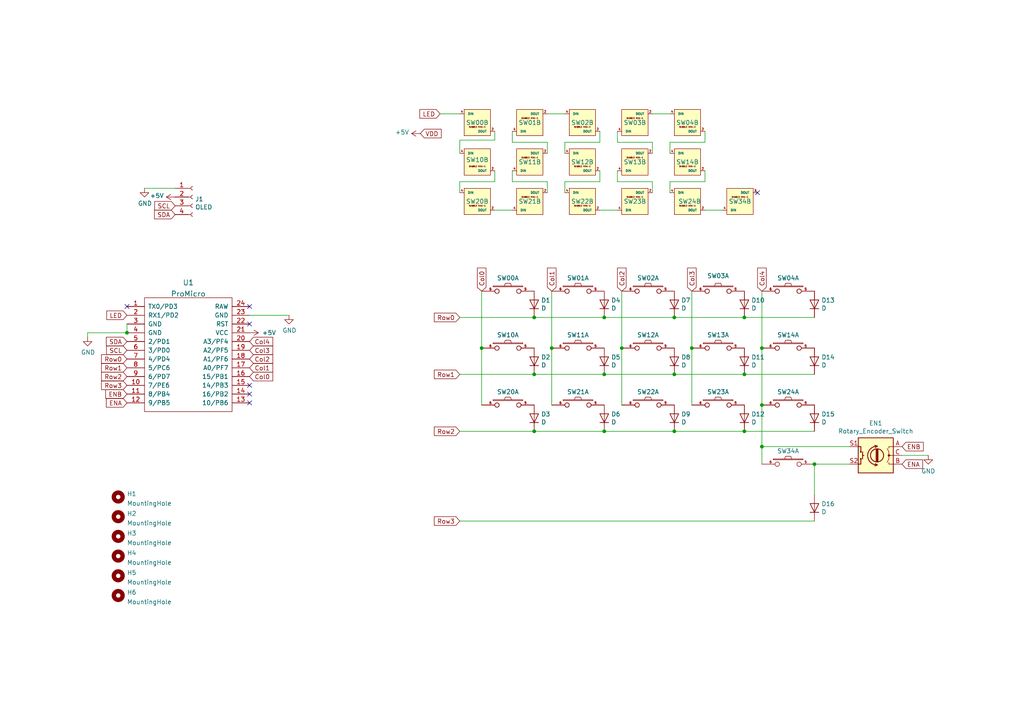
<source format=kicad_sch>
(kicad_sch (version 20211123) (generator eeschema)
  (paper "A4")
  (lib_symbols
    (symbol "Connector:Conn_01x04_Female" (pin_names (offset 1.016) hide)
      (property "Reference" "J" (at 0 5.08 0))
      (property "Value" "Conn_01x04_Female" (at 0 -7.62 0))
      (symbol "Conn_01x04_Female_1_1"
        (arc (start 0 -4.572) (mid -0.508 -5.08) (end 0 -5.588) (stroke (width 0.1524)))
        (arc (start 0 -2.032) (mid -0.508 -2.54) (end 0 -3.048) (stroke (width 0.1524)))
        (polyline (pts (xy -1.27 -5.08) (xy -0.508 -5.08)) (stroke (width 0.1524)))
        (polyline (pts (xy -1.27 -2.54) (xy -0.508 -2.54)) (stroke (width 0.1524)))
        (polyline (pts (xy -1.27 0) (xy -0.508 0)) (stroke (width 0.1524)))
        (polyline (pts (xy -1.27 2.54) (xy -0.508 2.54)) (stroke (width 0.1524)))
        (arc (start 0 0.508) (mid -0.508 0) (end 0 -0.508) (stroke (width 0.1524)))
        (arc (start 0 3.048) (mid -0.508 2.54) (end 0 2.032) (stroke (width 0.1524)))
        (pin passive line (at -5.08 2.54 0) (length 3.81) (name "Pin_1") (number "1"))
        (pin passive line (at -5.08 0 0) (length 3.81) (name "Pin_2") (number "2"))
        (pin passive line (at -5.08 -2.54 0) (length 3.81) (name "Pin_3") (number "3"))
        (pin passive line (at -5.08 -5.08 0) (length 3.81) (name "Pin_4") (number "4"))
      )
    )
    (symbol "Device:Rotary_Encoder_Switch" (pin_names (offset 0.254) hide)
      (property "Reference" "SW" (at 0 6.604 0))
      (property "Value" "Device_Rotary_Encoder_Switch" (at 0 -6.604 0))
      (symbol "Rotary_Encoder_Switch_0_1"
        (rectangle (start -5.08 5.08) (end 5.08 -5.08) (stroke (width 0.254)) (fill (type background)))
        (circle (center -3.81 0) (radius 0.254) (fill (type outline)))
        (arc (start -0.381 -2.794) (mid 2.3622 -0.0635) (end -0.381 2.667) (stroke (width 0.254)))
        (circle (center -0.381 0) (radius 1.905) (stroke (width 0.254)))
        (polyline (pts (xy -0.635 -1.778) (xy -0.635 1.778)) (stroke (width 0.254)))
        (polyline (pts (xy -0.381 -1.778) (xy -0.381 1.778)) (stroke (width 0.254)))
        (polyline (pts (xy -0.127 1.778) (xy -0.127 -1.778)) (stroke (width 0.254)))
        (polyline (pts (xy 3.81 0) (xy 3.429 0)) (stroke (width 0.254)))
        (polyline (pts (xy 3.81 1.016) (xy 3.81 -1.016)) (stroke (width 0.254)))
        (polyline (pts (xy -5.08 -2.54) (xy -3.81 -2.54) (xy -3.81 -2.032)))
        (polyline (pts (xy -5.08 2.54) (xy -3.81 2.54) (xy -3.81 2.032)))
        (polyline (pts (xy 0.254 -3.048) (xy -0.508 -2.794) (xy 0.127 -2.413)) (stroke (width 0.254)))
        (polyline (pts (xy 0.254 2.921) (xy -0.508 2.667) (xy 0.127 2.286)) (stroke (width 0.254)))
        (polyline (pts (xy 5.08 -2.54) (xy 4.318 -2.54) (xy 4.318 -1.016)) (stroke (width 0.254)))
        (polyline (pts (xy 5.08 2.54) (xy 4.318 2.54) (xy 4.318 1.016)) (stroke (width 0.254)))
        (polyline (pts (xy -5.08 0) (xy -3.81 0) (xy -3.81 -1.016) (xy -3.302 -2.032)))
        (polyline (pts (xy -4.318 0) (xy -3.81 0) (xy -3.81 1.016) (xy -3.302 2.032)))
        (circle (center 4.318 -1.016) (radius 0.127) (stroke (width 0.254)))
        (circle (center 4.318 1.016) (radius 0.127) (stroke (width 0.254)))
      )
      (symbol "Rotary_Encoder_Switch_1_1"
        (pin passive line (at -7.62 2.54 0) (length 2.54) (name "A") (number "A"))
        (pin passive line (at -7.62 -2.54 0) (length 2.54) (name "B") (number "B"))
        (pin passive line (at -7.62 0 0) (length 2.54) (name "C") (number "C"))
        (pin passive line (at 7.62 2.54 180) (length 2.54) (name "S1") (number "S1"))
        (pin passive line (at 7.62 -2.54 180) (length 2.54) (name "S2") (number "S2"))
      )
    )
    (symbol "Mechanical:MountingHole" (pin_names (offset 1.016))
      (property "Reference" "H" (at 0 5.08 0))
      (property "Value" "MountingHole" (at 0 3.175 0))
      (symbol "MountingHole_0_1"
        (circle (center 0 0) (radius 1.27) (stroke (width 1.27)))
      )
    )
    (symbol "SofleKeyboard-rescue:D-Lily58-cache-Lily58_Pro-rescue" (pin_numbers hide) (pin_names (offset 1.016) hide)
      (property "Reference" "D" (at 0 2.54 0))
      (property "Value" "D-Lily58-cache-Lily58_Pro-rescue" (at 0 -2.54 0))
      (symbol "D-Lily58-cache-Lily58_Pro-rescue_0_1"
        (polyline (pts (xy -1.27 1.27) (xy -1.27 -1.27)) (stroke (width 0.2032)))
        (polyline (pts (xy 1.27 0) (xy -1.27 0)))
        (polyline (pts (xy 1.27 1.27) (xy 1.27 -1.27) (xy -1.27 0) (xy 1.27 1.27)) (stroke (width 0.2032)))
      )
      (symbol "D-Lily58-cache-Lily58_Pro-rescue_1_1"
        (pin passive line (at -3.81 0 0) (length 2.54) (name "K") (number "1"))
        (pin passive line (at 3.81 0 180) (length 2.54) (name "A") (number "2"))
      )
    )
    (symbol "SofleKeyboard:SW_PUSH_LED" (pin_names (offset 1.016))
      (property "Reference" "SW?" (at 0 0 0))
      (property "Value" "SW_PUSH_LED" (at 0 -5.08 0))
      (symbol "SW_PUSH_LED_1_1"
        (rectangle (start -4.318 1.27) (end 4.318 1.524))
        (polyline (pts (xy -1.016 1.524) (xy -0.762 2.286) (xy 0.762 2.286) (xy 1.016 1.524)))
        (pin passive inverted (at 7.62 0 180) (length 5.08) (name "~") (number "5"))
        (pin passive inverted (at -7.62 0 0) (length 5.08) (name "~") (number "6"))
      )
      (symbol "SW_PUSH_LED_2_0"
        (text "SK6812 MINI-E" (at 0 -1.27 0) (effects (font (size 0.4064 0.4064))))
      )
      (symbol "SW_PUSH_LED_2_1"
        (rectangle (start 3.81 -3.81) (end -3.81 3.81) (fill (type background)))
        (pin power_in line (at -5.08 2.54 0) (length 1.27) hide (name "VDD") (number "1"))
        (pin output line (at -5.08 -2.54 0) (length 1.27) (name "DOUT") (number "2"))
        (pin power_in line (at 5.08 -2.54 180) (length 1.27) hide (name "GND") (number "3"))
        (pin input line (at 5.08 2.54 180) (length 1.27) (name "DIN") (number "4"))
      )
    )
    (symbol "keebio:ProMicro" (pin_names (offset 1.016))
      (property "Reference" "U" (at 0 0 0))
      (property "Value" "ProMicro" (at 0 -19.05 0))
      (symbol "ProMicro_0_1"
        (rectangle (start -12.7 -16.51) (end 12.7 16.51))
      )
      (symbol "ProMicro_1_1"
        (pin input line (at -17.78 13.97 0) (length 5.08) (name "TX0/PD3") (number "1"))
        (pin input line (at -17.78 -8.89 0) (length 5.08) (name "7/PE6") (number "10"))
        (pin input line (at -17.78 -11.43 0) (length 5.08) (name "8/PB4") (number "11"))
        (pin input line (at -17.78 -13.97 0) (length 5.08) (name "9/PB5") (number "12"))
        (pin input line (at 17.78 -13.97 180) (length 5.08) (name "10/PB6") (number "13"))
        (pin input line (at 17.78 -11.43 180) (length 5.08) (name "16/PB2") (number "14"))
        (pin input line (at 17.78 -8.89 180) (length 5.08) (name "14/PB3") (number "15"))
        (pin input line (at 17.78 -6.35 180) (length 5.08) (name "15/PB1") (number "16"))
        (pin input line (at 17.78 -3.81 180) (length 5.08) (name "A0/PF7") (number "17"))
        (pin input line (at 17.78 -1.27 180) (length 5.08) (name "A1/PF6") (number "18"))
        (pin input line (at 17.78 1.27 180) (length 5.08) (name "A2/PF5") (number "19"))
        (pin input line (at -17.78 11.43 0) (length 5.08) (name "RX1/PD2") (number "2"))
        (pin input line (at 17.78 3.81 180) (length 5.08) (name "A3/PF4") (number "20"))
        (pin input line (at 17.78 6.35 180) (length 5.08) (name "VCC") (number "21"))
        (pin input line (at 17.78 8.89 180) (length 5.08) (name "RST") (number "22"))
        (pin input line (at 17.78 11.43 180) (length 5.08) (name "GND") (number "23"))
        (pin input line (at 17.78 13.97 180) (length 5.08) (name "RAW") (number "24"))
        (pin input line (at -17.78 8.89 0) (length 5.08) (name "GND") (number "3"))
        (pin input line (at -17.78 6.35 0) (length 5.08) (name "GND") (number "4"))
        (pin input line (at -17.78 3.81 0) (length 5.08) (name "2/PD1") (number "5"))
        (pin input line (at -17.78 1.27 0) (length 5.08) (name "3/PD0") (number "6"))
        (pin input line (at -17.78 -1.27 0) (length 5.08) (name "4/PD4") (number "7"))
        (pin input line (at -17.78 -3.81 0) (length 5.08) (name "5/PC6") (number "8"))
        (pin input line (at -17.78 -6.35 0) (length 5.08) (name "6/PD7") (number "9"))
      )
    )
    (symbol "power:+5V" (power) (pin_names (offset 0))
      (property "Value" "+5V" (at 0 3.556 0))
      (symbol "+5V_0_1"
        (polyline (pts (xy -0.762 1.27) (xy 0 2.54)))
        (polyline (pts (xy 0 0) (xy 0 2.54)))
        (polyline (pts (xy 0 2.54) (xy 0.762 1.27)))
      )
      (symbol "+5V_1_1"
        (pin power_in line (at 0 0 90) (length 0) hide (name "+5V") (number "1"))
      )
    )
    (symbol "power:GND" (power) (pin_names (offset 0))
      (property "Value" "GND" (at 0 -3.81 0))
      (symbol "GND_0_1"
        (polyline (pts (xy 0 0) (xy 0 -1.27) (xy 1.27 -1.27) (xy 0 -2.54) (xy -1.27 -1.27) (xy 0 -1.27)))
      )
      (symbol "GND_1_1"
        (pin power_in line (at 0 0 270) (length 0) hide (name "GND") (number "1"))
      )
    )
  )
  (junction (at 154.94 92.075))
  (junction (at 160.02 100.965))
  (junction (at 215.9 108.585))
  (junction (at 154.94 125.095))
  (junction (at 195.58 125.095))
  (junction (at 236.22 134.62))
  (junction (at 36.83 96.52))
  (junction (at 180.34 100.965))
  (junction (at 220.98 117.475))
  (junction (at 175.26 108.585))
  (junction (at 175.26 92.075))
  (junction (at 195.58 92.075))
  (junction (at 215.9 125.095))
  (junction (at 154.94 108.585))
  (junction (at 215.9 92.075))
  (junction (at 220.98 100.965))
  (junction (at 200.66 100.965))
  (junction (at 220.98 129.54))
  (junction (at 195.58 108.585))
  (junction (at 175.26 125.095))
  (junction (at 139.7 100.965))
  (no_connect (at 72.39 88.9))
  (no_connect (at 72.39 116.84))
  (no_connect (at 36.83 88.9))
  (no_connect (at 72.39 111.76))
  (no_connect (at 72.39 114.3))
  (no_connect (at 72.39 93.98))
  (no_connect (at 219.71 55.88))
  (wire (pts (xy 143.51 60.96) (xy 148.59 60.96)))
  (wire (pts (xy 143.51 40.64) (xy 133.35 40.64)))
  (wire (pts (xy 173.99 60.96) (xy 179.07 60.96)))
  (wire (pts (xy 133.35 151.13) (xy 236.22 151.13)))
  (wire (pts (xy 220.98 100.965) (xy 220.98 117.475)))
  (wire (pts (xy 143.51 52.705) (xy 133.35 52.705)))
  (wire (pts (xy 139.7 84.455) (xy 139.7 100.965)))
  (wire (pts (xy 158.75 44.45) (xy 158.75 41.275)))
  (wire (pts (xy 215.9 125.095) (xy 236.22 125.095)))
  (wire (pts (xy 261.62 132.08) (xy 269.24 132.08)))
  (wire (pts (xy 179.07 41.275) (xy 179.07 38.1)))
  (wire (pts (xy 36.83 93.98) (xy 36.83 96.52)))
  (wire (pts (xy 163.83 41.275) (xy 163.83 44.45)))
  (wire (pts (xy 139.7 100.965) (xy 139.7 117.475)))
  (wire (pts (xy 189.23 33.02) (xy 194.31 33.02)))
  (wire (pts (xy 158.75 33.02) (xy 163.83 33.02)))
  (wire (pts (xy 189.23 55.88) (xy 189.23 52.705)))
  (wire (pts (xy 195.58 92.075) (xy 215.9 92.075)))
  (wire (pts (xy 200.66 100.965) (xy 200.66 117.475)))
  (wire (pts (xy 154.94 125.095) (xy 133.35 125.095)))
  (wire (pts (xy 194.31 41.275) (xy 194.31 44.45)))
  (wire (pts (xy 158.75 55.88) (xy 158.75 52.705)))
  (wire (pts (xy 236.22 134.62) (xy 246.38 134.62)))
  (wire (pts (xy 173.99 49.53) (xy 173.99 52.705)))
  (wire (pts (xy 143.51 38.1) (xy 143.51 40.64)))
  (wire (pts (xy 189.23 44.45) (xy 189.23 41.275)))
  (wire (pts (xy 189.23 41.275) (xy 179.07 41.275)))
  (wire (pts (xy 204.47 41.275) (xy 194.31 41.275)))
  (wire (pts (xy 220.98 129.54) (xy 246.38 129.54)))
  (wire (pts (xy 175.26 125.095) (xy 195.58 125.095)))
  (wire (pts (xy 25.4 96.52) (xy 36.83 96.52)))
  (wire (pts (xy 173.99 38.1) (xy 173.99 41.275)))
  (wire (pts (xy 180.34 100.965) (xy 180.34 117.475)))
  (wire (pts (xy 154.94 108.585) (xy 133.35 108.585)))
  (wire (pts (xy 236.22 92.075) (xy 215.9 92.075)))
  (wire (pts (xy 204.47 38.1) (xy 204.47 41.275)))
  (wire (pts (xy 160.02 100.965) (xy 160.02 117.475)))
  (wire (pts (xy 200.66 84.455) (xy 200.66 100.965)))
  (wire (pts (xy 204.47 52.705) (xy 194.31 52.705)))
  (wire (pts (xy 175.26 108.585) (xy 154.94 108.585)))
  (wire (pts (xy 194.31 52.705) (xy 194.31 55.88)))
  (wire (pts (xy 175.26 92.075) (xy 195.58 92.075)))
  (wire (pts (xy 220.98 117.475) (xy 220.98 129.54)))
  (wire (pts (xy 133.35 40.64) (xy 133.35 44.45)))
  (wire (pts (xy 204.47 49.53) (xy 204.47 52.705)))
  (wire (pts (xy 173.99 41.275) (xy 163.83 41.275)))
  (wire (pts (xy 143.51 49.53) (xy 143.51 52.705)))
  (wire (pts (xy 179.07 52.705) (xy 179.07 49.53)))
  (wire (pts (xy 50.8 54.61) (xy 41.91 54.61)))
  (wire (pts (xy 133.35 52.705) (xy 133.35 55.88)))
  (wire (pts (xy 127.635 33.02) (xy 133.35 33.02)))
  (wire (pts (xy 148.59 41.275) (xy 148.59 38.1)))
  (wire (pts (xy 163.83 52.705) (xy 163.83 55.88)))
  (wire (pts (xy 25.4 96.52) (xy 25.4 97.79)))
  (wire (pts (xy 158.75 52.705) (xy 148.59 52.705)))
  (wire (pts (xy 175.26 92.075) (xy 154.94 92.075)))
  (wire (pts (xy 148.59 52.705) (xy 148.59 49.53)))
  (wire (pts (xy 160.02 84.455) (xy 160.02 100.965)))
  (wire (pts (xy 215.9 108.585) (xy 236.22 108.585)))
  (wire (pts (xy 195.58 125.095) (xy 215.9 125.095)))
  (wire (pts (xy 154.94 92.075) (xy 133.35 92.075)))
  (wire (pts (xy 72.39 91.44) (xy 83.82 91.44)))
  (wire (pts (xy 220.98 84.455) (xy 220.98 100.965)))
  (wire (pts (xy 204.47 60.96) (xy 209.55 60.96)))
  (wire (pts (xy 236.22 134.62) (xy 236.22 143.51)))
  (wire (pts (xy 175.26 125.095) (xy 154.94 125.095)))
  (wire (pts (xy 195.58 108.585) (xy 215.9 108.585)))
  (wire (pts (xy 189.23 52.705) (xy 179.07 52.705)))
  (wire (pts (xy 220.98 129.54) (xy 220.98 134.62)))
  (wire (pts (xy 173.99 52.705) (xy 163.83 52.705)))
  (wire (pts (xy 180.34 84.455) (xy 180.34 100.965)))
  (wire (pts (xy 158.75 41.275) (xy 148.59 41.275)))
  (wire (pts (xy 175.26 108.585) (xy 195.58 108.585)))
  (global_label "Row0" (shape input) (at 36.83 104.14 180) (property "Intersheet References" "${INTERSHEET_REFS}" (effects hide)))
  (global_label "Col0" (shape input) (at 139.7 84.455 90) (property "Intersheet References" "${INTERSHEET_REFS}" (effects hide)))
  (global_label "Row3" (shape input) (at 133.35 151.13 180) (property "Intersheet References" "${INTERSHEET_REFS}" (effects hide)))
  (global_label "Col3" (shape input) (at 200.66 84.455 90) (property "Intersheet References" "${INTERSHEET_REFS}" (effects hide)))
  (global_label "Col1" (shape input) (at 72.39 106.68 0) (property "Intersheet References" "${INTERSHEET_REFS}" (effects hide)))
  (global_label "Row1" (shape input) (at 36.83 106.68 180) (property "Intersheet References" "${INTERSHEET_REFS}" (effects hide)))
  (global_label "SCL" (shape input) (at 36.83 101.6 180) (property "Intersheet References" "${INTERSHEET_REFS}" (effects hide)))
  (global_label "Row0" (shape input) (at 133.35 92.075 180) (property "Intersheet References" "${INTERSHEET_REFS}" (effects hide)))
  (global_label "ENA" (shape input) (at 36.83 116.84 180) (property "Intersheet References" "${INTERSHEET_REFS}" (effects hide)))
  (global_label "ENB" (shape input) (at 36.83 114.3 180) (property "Intersheet References" "${INTERSHEET_REFS}" (effects hide)))
  (global_label "Row2" (shape input) (at 133.35 125.095 180) (property "Intersheet References" "${INTERSHEET_REFS}" (effects hide)))
  (global_label "ENA" (shape input) (at 261.62 134.62 0) (property "Intersheet References" "${INTERSHEET_REFS}" (effects hide)))
  (global_label "Col4" (shape input) (at 220.98 84.455 90) (property "Intersheet References" "${INTERSHEET_REFS}" (effects hide)))
  (global_label "Row2" (shape input) (at 36.83 109.22 180) (property "Intersheet References" "${INTERSHEET_REFS}" (effects hide)))
  (global_label "Row1" (shape input) (at 133.35 108.585 180) (property "Intersheet References" "${INTERSHEET_REFS}" (effects hide)))
  (global_label "Row3" (shape input) (at 36.83 111.76 180) (property "Intersheet References" "${INTERSHEET_REFS}" (effects hide)))
  (global_label "Col0" (shape input) (at 72.39 109.22 0) (property "Intersheet References" "${INTERSHEET_REFS}" (effects hide)))
  (global_label "SCL" (shape input) (at 50.8 59.69 180) (property "Intersheet References" "${INTERSHEET_REFS}" (effects hide)))
  (global_label "Col2" (shape input) (at 180.34 84.455 90) (property "Intersheet References" "${INTERSHEET_REFS}" (effects hide)))
  (global_label "SDA" (shape input) (at 50.8 62.23 180) (property "Intersheet References" "${INTERSHEET_REFS}" (effects hide)))
  (global_label "Col1" (shape input) (at 160.02 84.455 90) (property "Intersheet References" "${INTERSHEET_REFS}" (effects hide)))
  (global_label "LED" (shape input) (at 36.83 91.44 180) (property "Intersheet References" "${INTERSHEET_REFS}" (effects hide)))
  (global_label "SDA" (shape input) (at 36.83 99.06 180) (property "Intersheet References" "${INTERSHEET_REFS}" (effects hide)))
  (global_label "VDD" (shape input) (at 121.92 38.735 0) (property "Intersheet References" "${INTERSHEET_REFS}" (effects hide)))
  (global_label "Col4" (shape input) (at 72.39 99.06 0) (property "Intersheet References" "${INTERSHEET_REFS}" (effects hide)))
  (global_label "ENB" (shape input) (at 261.62 129.54 0) (property "Intersheet References" "${INTERSHEET_REFS}" (effects hide)))
  (global_label "LED" (shape input) (at 127.635 33.02 180) (property "Intersheet References" "${INTERSHEET_REFS}" (effects hide)))
  (global_label "Col2" (shape input) (at 72.39 104.14 0) (property "Intersheet References" "${INTERSHEET_REFS}" (effects hide)))
  (global_label "Col3" (shape input) (at 72.39 101.6 0) (property "Intersheet References" "${INTERSHEET_REFS}" (effects hide)))
  (symbol (lib_id "SofleKeyboard:SW_PUSH_LED") (at 228.6 84.455 0) (unit 1)
    (property "Reference" "SW04" (at 228.6 80.645 0))
    (property "Value" "SW_PUSH_LED" (effects hide))
    (property "Footprint" "SofleChoc:Choc_Hotswap_SK6812MiniE" (effects hide))
  )
  (symbol (lib_id "SofleKeyboard:SW_PUSH_LED") (at 138.43 35.56 0) (mirror y) (unit 2)
    (property "Reference" "SW00" (at 138.43 35.56 0))
    (property "Value" "SW_PUSH_LED" (effects hide))
    (property "Footprint" "SofleChoc:Choc_Hotswap_SK6812MiniE" (effects hide))
  )
  (symbol (lib_id "SofleKeyboard-rescue:D-Lily58-cache-Lily58_Pro-rescue") (at 236.22 88.265 90) (unit 1)
    (property "Reference" "D13" (at 238.2266 87.0966 90) (effects (justify right)))
    (property "Value" "D" (at 238.2266 89.408 90) (effects (justify right)))
    (property "Footprint" "Diode_SMD:crkbd-diode" (effects hide))
  )
  (symbol (lib_id "SofleKeyboard:SW_PUSH_LED") (at 208.28 100.965 0) (unit 1)
    (property "Reference" "SW13" (at 208.28 97.155 0))
    (property "Value" "SW_PUSH_LED" (effects hide))
    (property "Footprint" "SofleChoc:Choc_Hotswap_SK6812MiniE" (effects hide))
  )
  (symbol (lib_id "SofleKeyboard-rescue:D-Lily58-cache-Lily58_Pro-rescue") (at 154.94 104.775 90) (unit 1)
    (property "Reference" "D2" (at 156.9466 103.6066 90) (effects (justify right)))
    (property "Value" "D" (at 156.9466 105.918 90) (effects (justify right)))
    (property "Footprint" "Diode_SMD:crkbd-diode" (effects hide))
  )
  (symbol (lib_id "SofleKeyboard:SW_PUSH_LED") (at 187.96 117.475 0) (unit 1)
    (property "Reference" "SW22" (at 187.96 113.665 0))
    (property "Value" "SW_PUSH_LED" (effects hide))
    (property "Footprint" "SofleChoc:Choc_Hotswap_SK6812MiniE" (effects hide))
  )
  (symbol (lib_id "keebio:ProMicro") (at 54.61 102.87 0) (unit 1)
    (property "Reference" "U1" (at 54.61 81.9561 0) (effects (font (size 1.524 1.524))))
    (property "Value" "ProMicro" (at 54.61 85.2351 0) (effects (font (size 1.524 1.524))))
  )
  (symbol (lib_id "SofleKeyboard-rescue:D-Lily58-cache-Lily58_Pro-rescue") (at 154.94 121.285 90) (unit 1)
    (property "Reference" "D3" (at 156.9466 120.1166 90) (effects (justify right)))
    (property "Value" "D" (at 156.9466 122.428 90) (effects (justify right)))
    (property "Footprint" "Diode_SMD:crkbd-diode" (effects hide))
  )
  (symbol (lib_id "SofleKeyboard:SW_PUSH_LED") (at 228.6 134.62 0) (unit 1)
    (property "Reference" "SW34" (at 228.6 130.81 0))
    (property "Value" "SW_PUSH_LED" (effects hide))
    (property "Footprint" "SofleChoc:Choc_Hotswap_SK6812MiniE" (effects hide))
  )
  (symbol (lib_id "SofleKeyboard-rescue:D-Lily58-cache-Lily58_Pro-rescue") (at 215.9 104.775 90) (unit 1)
    (property "Reference" "D11" (at 217.9066 103.6066 90) (effects (justify right)))
    (property "Value" "D" (at 217.9066 105.918 90) (effects (justify right)))
    (property "Footprint" "Diode_SMD:crkbd-diode" (effects hide))
  )
  (symbol (lib_id "SofleKeyboard-rescue:D-Lily58-cache-Lily58_Pro-rescue") (at 215.9 88.265 90) (unit 1)
    (property "Reference" "D10" (at 217.9066 87.0966 90) (effects (justify right)))
    (property "Value" "D" (at 217.9066 89.408 90) (effects (justify right)))
    (property "Footprint" "Diode_SMD:crkbd-diode" (effects hide))
  )
  (symbol (lib_id "SofleKeyboard-rescue:D-Lily58-cache-Lily58_Pro-rescue") (at 236.22 147.32 90) (unit 1)
    (property "Reference" "D16" (at 238.2266 146.1516 90) (effects (justify right)))
    (property "Value" "D" (at 238.2266 148.463 90) (effects (justify right)))
    (property "Footprint" "Diode_SMD:crkbd-diode" (effects hide))
  )
  (symbol (lib_id "SofleKeyboard:SW_PUSH_LED") (at 147.32 100.965 0) (unit 1)
    (property "Reference" "SW10" (at 147.32 97.155 0))
    (property "Value" "SW_PUSH_LED" (effects hide))
    (property "Footprint" "SofleChoc:Choc_Hotswap_SK6812MiniE" (effects hide))
  )
  (symbol (lib_id "SofleKeyboard:SW_PUSH_LED") (at 168.91 46.99 0) (mirror y) (unit 2)
    (property "Reference" "SW12" (at 168.91 46.99 0))
    (property "Value" "SW_PUSH_LED" (effects hide))
    (property "Footprint" "SofleChoc:Choc_Hotswap_SK6812MiniE" (effects hide))
  )
  (symbol (lib_id "SofleKeyboard-rescue:D-Lily58-cache-Lily58_Pro-rescue") (at 175.26 121.285 90) (unit 1)
    (property "Reference" "D6" (at 177.2666 120.1166 90) (effects (justify right)))
    (property "Value" "D" (at 177.2666 122.428 90) (effects (justify right)))
    (property "Footprint" "Diode_SMD:crkbd-diode" (effects hide))
  )
  (symbol (lib_id "SofleKeyboard-rescue:D-Lily58-cache-Lily58_Pro-rescue") (at 236.22 121.285 90) (unit 1)
    (property "Reference" "D15" (at 238.2266 120.1166 90) (effects (justify right)))
    (property "Value" "D" (at 238.2266 122.428 90) (effects (justify right)))
    (property "Footprint" "Diode_SMD:crkbd-diode" (effects hide))
  )
  (symbol (lib_id "Connector:Conn_01x04_Female") (at 55.88 57.15 0) (unit 1)
    (property "Reference" "J1" (at 56.5912 57.7596 0) (effects (justify left)))
    (property "Value" "OLED" (at 56.5912 60.071 0) (effects (justify left)))
    (property "Footprint" "Custom_Footprints:SSD1306_OLED" (effects hide))
  )
  (symbol (lib_id "SofleKeyboard:SW_PUSH_LED") (at 199.39 35.56 0) (mirror y) (unit 2)
    (property "Reference" "SW04" (at 199.39 35.56 0))
    (property "Value" "SW_PUSH_LED" (effects hide))
    (property "Footprint" "SofleChoc:Choc_Hotswap_SK6812MiniE" (effects hide))
  )
  (symbol (lib_id "Mechanical:MountingHole") (at 34.29 144.145 0) (unit 1)
    (property "Reference" "H1" (at 36.83 143.2365 0) (effects (justify left)))
    (property "Value" "MountingHole" (at 36.83 146.0116 0) (effects (justify left)))
  )
  (symbol (lib_id "Mechanical:MountingHole") (at 34.29 161.29 0) (unit 1)
    (property "Reference" "H4" (at 36.83 160.3815 0) (effects (justify left)))
    (property "Value" "MountingHole" (at 36.83 163.1566 0) (effects (justify left)))
  )
  (symbol (lib_id "SofleKeyboard:SW_PUSH_LED") (at 228.6 100.965 0) (unit 1)
    (property "Reference" "SW14" (at 228.6 97.155 0))
    (property "Value" "SW_PUSH_LED" (effects hide))
    (property "Footprint" "SofleChoc:Choc_Hotswap_SK6812MiniE" (effects hide))
  )
  (symbol (lib_id "SofleKeyboard:SW_PUSH_LED") (at 167.64 117.475 0) (unit 1)
    (property "Reference" "SW21" (at 167.64 113.665 0))
    (property "Value" "SW_PUSH_LED" (effects hide))
    (property "Footprint" "SofleChoc:Choc_Hotswap_SK6812MiniE" (effects hide))
  )
  (symbol (lib_id "power:+5V") (at 50.8 57.15 90) (unit 1)
    (property "Reference" "#PWR0103" (effects hide))
    (property "Value" "+5V" (at 47.5488 56.769 90) (effects (justify left)))
  )
  (symbol (lib_id "SofleKeyboard:SW_PUSH_LED") (at 214.63 58.42 180) (unit 2)
    (property "Reference" "SW34" (at 214.63 58.42 0))
    (property "Value" "SW_PUSH_LED" (effects hide))
    (property "Footprint" "SofleChoc:Choc_Hotswap_SK6812MiniE" (effects hide))
  )
  (symbol (lib_id "SofleKeyboard:SW_PUSH_LED") (at 184.15 46.99 180) (unit 2)
    (property "Reference" "SW13" (at 184.15 46.99 0))
    (property "Value" "SW_PUSH_LED" (effects hide))
    (property "Footprint" "SofleChoc:Choc_Hotswap_SK6812MiniE" (effects hide))
  )
  (symbol (lib_id "SofleKeyboard:SW_PUSH_LED") (at 153.67 58.42 180) (unit 2)
    (property "Reference" "SW21" (at 153.67 58.42 0))
    (property "Value" "SW_PUSH_LED" (effects hide))
    (property "Footprint" "SofleChoc:Choc_Hotswap_SK6812MiniE" (effects hide))
  )
  (symbol (lib_id "SofleKeyboard:SW_PUSH_LED") (at 184.15 35.56 180) (unit 2)
    (property "Reference" "SW03" (at 184.15 35.56 0))
    (property "Value" "SW_PUSH_LED" (effects hide))
    (property "Footprint" "SofleChoc:Choc_Hotswap_SK6812MiniE" (effects hide))
  )
  (symbol (lib_id "Mechanical:MountingHole") (at 34.29 155.575 0) (unit 1)
    (property "Reference" "H3" (at 36.83 154.6665 0) (effects (justify left)))
    (property "Value" "MountingHole" (at 36.83 157.4416 0) (effects (justify left)))
  )
  (symbol (lib_id "SofleKeyboard:SW_PUSH_LED") (at 138.43 46.99 0) (mirror y) (unit 2)
    (property "Reference" "SW10" (at 138.43 46.355 0))
    (property "Value" "SW_PUSH_LED" (effects hide))
    (property "Footprint" "SofleChoc:Choc_Hotswap_SK6812MiniE" (effects hide))
  )
  (symbol (lib_id "Mechanical:MountingHole") (at 34.29 172.72 0) (unit 1)
    (property "Reference" "H6" (at 36.83 171.8115 0) (effects (justify left)))
    (property "Value" "MountingHole" (at 36.83 174.5866 0) (effects (justify left)))
  )
  (symbol (lib_id "SofleKeyboard-rescue:D-Lily58-cache-Lily58_Pro-rescue") (at 236.22 104.775 90) (unit 1)
    (property "Reference" "D14" (at 238.2266 103.6066 90) (effects (justify right)))
    (property "Value" "D" (at 238.2266 105.918 90) (effects (justify right)))
    (property "Footprint" "Diode_SMD:crkbd-diode" (effects hide))
  )
  (symbol (lib_id "power:GND") (at 25.4 97.79 0) (unit 1)
    (property "Reference" "#PWR0106" (effects hide))
    (property "Value" "GND" (at 25.527 102.1842 0))
  )
  (symbol (lib_id "power:GND") (at 83.82 91.44 0) (unit 1)
    (property "Reference" "#PWR0102" (effects hide))
    (property "Value" "GND" (at 83.947 95.8342 0))
  )
  (symbol (lib_id "power:+5V") (at 121.92 38.735 90) (unit 1)
    (property "Reference" "#PWR0107" (effects hide))
    (property "Value" "+5V" (at 118.6688 38.354 90) (effects (justify left)))
  )
  (symbol (lib_id "power:GND") (at 269.24 132.08 0) (unit 1)
    (property "Reference" "#PWR0105" (effects hide))
    (property "Value" "GND" (at 269.24 136.6425 0))
  )
  (symbol (lib_id "SofleKeyboard:SW_PUSH_LED") (at 208.28 117.475 0) (unit 1)
    (property "Reference" "SW23" (at 208.28 113.665 0))
    (property "Value" "SW_PUSH_LED" (effects hide))
    (property "Footprint" "SofleChoc:Choc_Hotswap_SK6812MiniE" (effects hide))
  )
  (symbol (lib_id "SofleKeyboard-rescue:D-Lily58-cache-Lily58_Pro-rescue") (at 175.26 88.265 90) (unit 1)
    (property "Reference" "D4" (at 177.2666 87.0966 90) (effects (justify right)))
    (property "Value" "D" (at 177.2666 89.408 90) (effects (justify right)))
    (property "Footprint" "Diode_SMD:crkbd-diode" (effects hide))
  )
  (symbol (lib_id "SofleKeyboard:SW_PUSH_LED") (at 187.96 100.965 0) (unit 1)
    (property "Reference" "SW12" (at 187.96 97.155 0))
    (property "Value" "SW_PUSH_LED" (effects hide))
    (property "Footprint" "SofleChoc:Choc_Hotswap_SK6812MiniE" (effects hide))
  )
  (symbol (lib_id "SofleKeyboard-rescue:D-Lily58-cache-Lily58_Pro-rescue") (at 215.9 121.285 90) (unit 1)
    (property "Reference" "D12" (at 217.9066 120.1166 90) (effects (justify right)))
    (property "Value" "D" (at 217.9066 122.428 90) (effects (justify right)))
    (property "Footprint" "Diode_SMD:crkbd-diode" (effects hide))
  )
  (symbol (lib_id "SofleKeyboard-rescue:D-Lily58-cache-Lily58_Pro-rescue") (at 175.26 104.775 90) (unit 1)
    (property "Reference" "D5" (at 177.2666 103.6066 90) (effects (justify right)))
    (property "Value" "D" (at 177.2666 105.918 90) (effects (justify right)))
    (property "Footprint" "Diode_SMD:crkbd-diode" (effects hide))
  )
  (symbol (lib_id "SofleKeyboard:SW_PUSH_LED") (at 199.39 46.99 0) (mirror y) (unit 2)
    (property "Reference" "SW14" (at 199.39 46.99 0))
    (property "Value" "SW_PUSH_LED" (effects hide))
    (property "Footprint" "SofleChoc:Choc_Hotswap_SK6812MiniE" (effects hide))
  )
  (symbol (lib_id "SofleKeyboard:SW_PUSH_LED") (at 138.43 58.42 0) (mirror y) (unit 2)
    (property "Reference" "SW20" (at 138.43 58.42 0))
    (property "Value" "SW_PUSH_LED" (effects hide))
    (property "Footprint" "SofleChoc:Choc_Hotswap_SK6812MiniE" (effects hide))
  )
  (symbol (lib_id "SofleKeyboard:SW_PUSH_LED") (at 168.91 58.42 0) (mirror y) (unit 2)
    (property "Reference" "SW22" (at 168.91 58.42 0))
    (property "Value" "SW_PUSH_LED" (effects hide))
    (property "Footprint" "SofleChoc:Choc_Hotswap_SK6812MiniE" (effects hide))
  )
  (symbol (lib_id "SofleKeyboard:SW_PUSH_LED") (at 147.32 117.475 0) (unit 1)
    (property "Reference" "SW20" (at 147.32 113.665 0))
    (property "Value" "SW_PUSH_LED" (effects hide))
    (property "Footprint" "SofleChoc:Choc_Hotswap_SK6812MiniE" (effects hide))
  )
  (symbol (lib_id "Device:Rotary_Encoder_Switch") (at 254 132.08 0) (mirror y) (unit 1)
    (property "Reference" "EN1" (at 254 122.7582 0))
    (property "Value" "Rotary_Encoder_Switch" (at 254 125.0696 0))
    (property "Footprint" "Rotary_Encoder:RotaryEncoder_Alps_EC11E-Switch_Vertical_H20mm" (effects hide))
  )
  (symbol (lib_id "SofleKeyboard:SW_PUSH_LED") (at 187.96 84.455 0) (unit 1)
    (property "Reference" "SW02" (at 187.96 80.645 0))
    (property "Value" "SW_PUSH_LED" (effects hide))
    (property "Footprint" "SofleChoc:Choc_Hotswap_SK6812MiniE" (effects hide))
  )
  (symbol (lib_id "Mechanical:MountingHole") (at 34.29 167.005 0) (unit 1)
    (property "Reference" "H5" (at 36.83 166.0965 0) (effects (justify left)))
    (property "Value" "MountingHole" (at 36.83 168.8716 0) (effects (justify left)))
  )
  (symbol (lib_id "Mechanical:MountingHole") (at 34.29 149.86 0) (unit 1)
    (property "Reference" "H2" (at 36.83 148.9515 0) (effects (justify left)))
    (property "Value" "MountingHole" (at 36.83 151.7266 0) (effects (justify left)))
  )
  (symbol (lib_id "SofleKeyboard:SW_PUSH_LED") (at 228.6 117.475 0) (unit 1)
    (property "Reference" "SW24" (at 228.6 113.665 0))
    (property "Value" "SW_PUSH_LED" (effects hide))
    (property "Footprint" "SofleChoc:Choc_Hotswap_SK6812MiniE" (effects hide))
  )
  (symbol (lib_id "power:GND") (at 41.91 54.61 0) (unit 1)
    (property "Reference" "#PWR0104" (effects hide))
    (property "Value" "GND" (at 42.037 59.0042 0))
  )
  (symbol (lib_id "SofleKeyboard:SW_PUSH_LED") (at 208.28 84.455 0) (unit 1)
    (property "Reference" "SW03" (at 208.28 80.01 0))
    (property "Value" "SW_PUSH_LED" (effects hide))
    (property "Footprint" "SofleChoc:Choc_Hotswap_SK6812MiniE" (effects hide))
  )
  (symbol (lib_id "SofleKeyboard-rescue:D-Lily58-cache-Lily58_Pro-rescue") (at 195.58 104.775 90) (unit 1)
    (property "Reference" "D8" (at 197.5866 103.6066 90) (effects (justify right)))
    (property "Value" "D" (at 197.5866 105.918 90) (effects (justify right)))
    (property "Footprint" "Diode_SMD:crkbd-diode" (effects hide))
  )
  (symbol (lib_id "SofleKeyboard:SW_PUSH_LED") (at 153.67 35.56 180) (unit 2)
    (property "Reference" "SW01" (at 153.67 35.56 0))
    (property "Value" "SW_PUSH_LED" (effects hide))
    (property "Footprint" "SofleChoc:Choc_Hotswap_SK6812MiniE" (effects hide))
  )
  (symbol (lib_id "SofleKeyboard:SW_PUSH_LED") (at 168.91 35.56 0) (mirror y) (unit 2)
    (property "Reference" "SW02" (at 168.91 35.56 0))
    (property "Value" "SW_PUSH_LED" (effects hide))
    (property "Footprint" "SofleChoc:Choc_Hotswap_SK6812MiniE" (effects hide))
  )
  (symbol (lib_id "SofleKeyboard:SW_PUSH_LED") (at 147.32 84.455 0) (unit 1)
    (property "Reference" "SW00" (at 147.32 80.645 0))
    (property "Value" "SW_PUSH_LED" (effects hide))
    (property "Footprint" "SofleChoc:Choc_Hotswap_SK6812MiniE" (effects hide))
  )
  (symbol (lib_id "SofleKeyboard:SW_PUSH_LED") (at 167.64 100.965 0) (unit 1)
    (property "Reference" "SW11" (at 167.64 97.155 0))
    (property "Value" "SW_PUSH_LED" (effects hide))
    (property "Footprint" "SofleChoc:Choc_Hotswap_SK6812MiniE" (effects hide))
  )
  (symbol (lib_id "SofleKeyboard:SW_PUSH_LED") (at 153.67 46.99 180) (unit 2)
    (property "Reference" "SW11" (at 153.67 46.99 0))
    (property "Value" "SW_PUSH_LED" (effects hide))
    (property "Footprint" "SofleChoc:Choc_Hotswap_SK6812MiniE" (effects hide))
  )
  (symbol (lib_id "SofleKeyboard-rescue:D-Lily58-cache-Lily58_Pro-rescue") (at 154.94 88.265 90) (unit 1)
    (property "Reference" "D1" (at 156.9466 87.0966 90) (effects (justify right)))
    (property "Value" "D" (at 156.9466 89.408 90) (effects (justify right)))
    (property "Footprint" "Diode_SMD:crkbd-diode" (effects hide))
  )
  (symbol (lib_id "SofleKeyboard:SW_PUSH_LED") (at 184.15 58.42 180) (unit 2)
    (property "Reference" "SW23" (at 184.15 58.42 0))
    (property "Value" "SW_PUSH_LED" (effects hide))
    (property "Footprint" "SofleChoc:Choc_Hotswap_SK6812MiniE" (effects hide))
  )
  (symbol (lib_id "SofleKeyboard:SW_PUSH_LED") (at 199.39 58.42 0) (mirror y) (unit 2)
    (property "Reference" "SW24" (at 200.025 58.42 0))
    (property "Value" "SW_PUSH_LED" (effects hide))
    (property "Footprint" "SofleChoc:Choc_Hotswap_SK6812MiniE" (effects hide))
  )
  (symbol (lib_id "power:+5V") (at 72.39 96.52 270) (unit 1)
    (property "Reference" "#PWR0101" (effects hide))
    (property "Value" "+5V" (at 75.9945 96.52 90) (effects (justify left)))
  )
  (symbol (lib_id "SofleKeyboard-rescue:D-Lily58-cache-Lily58_Pro-rescue") (at 195.58 121.285 90) (unit 1)
    (property "Reference" "D9" (at 197.5866 120.1166 90) (effects (justify right)))
    (property "Value" "D" (at 197.5866 122.428 90) (effects (justify right)))
    (property "Footprint" "Diode_SMD:crkbd-diode" (effects hide))
  )
  (symbol (lib_id "SofleKeyboard:SW_PUSH_LED") (at 167.64 84.455 0) (unit 1)
    (property "Reference" "SW01" (at 167.64 80.645 0))
    (property "Value" "SW_PUSH_LED" (effects hide))
    (property "Footprint" "SofleChoc:Choc_Hotswap_SK6812MiniE" (effects hide))
  )
  (symbol (lib_id "SofleKeyboard-rescue:D-Lily58-cache-Lily58_Pro-rescue") (at 195.58 88.265 90) (unit 1)
    (property "Reference" "D7" (at 197.5866 87.0966 90) (effects (justify right)))
    (property "Value" "D" (at 197.5866 89.408 90) (effects (justify right)))
    (property "Footprint" "Diode_SMD:crkbd-diode" (effects hide))
  )
)
</source>
